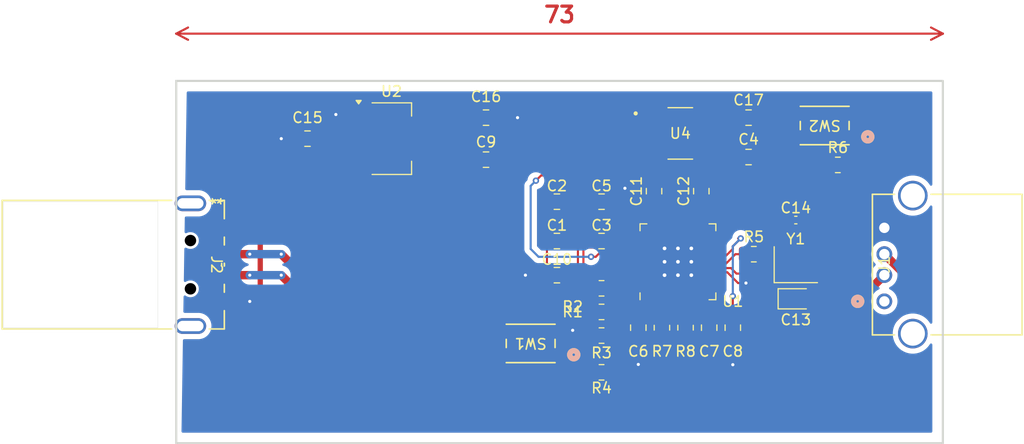
<source format=kicad_pcb>
(kicad_pcb (version 20241229) (generator "pcbnew") (generator_version "9.0")
  (layers (0 "F.Cu" signal) (2 "B.Cu" signal) (13 "F.Paste" user) (15 "B.Paste" user) (5 "F.SilkS" user "F.Silkscreen") (7 "B.SilkS" user "B.Silkscreen") (1 "F.Mask" user) (3 "B.Mask" user) (25 "Edge.Cuts" user))
  (net 0 "")
  (net 1 "+1V1")
  (net 2 "GND")
  (net 3 "+3V3")
  (net 4 "/XIN")
  (net 5 "Net-(C14-Pad1)")
  (net 6 "VBUS")
  (net 7 "/GPIO0")
  (net 8 "/GPIO1")
  (net 9 "/USB_D+")
  (net 10 "/USB_D-")
  (net 11 "Net-(U1-USB_DP)")
  (net 12 "Net-(U1-USB_DM)")
  (net 13 "/QSPI_SS")
  (net 14 "Net-(R3-Pad2)")
  (net 15 "/XOUT")
  (net 24 "/QSPI_SD0")
  (net 27 "/QSPI_SCLK")
  (net 31 "/SWD")
  (net 33 "/QSPI_SD2")
  (net 41 "/RUN")
  (net 42 "/QSPI_SD1")
  (net 43 "/QSPI_SD3")
  (net 46 "/SWCLK")
  (net 59 "/GPIO17")
  (net 62 "Net-(R6-Pad1)")
  (net 64 "Net-(U1-GPIO0)")
  (net 65 "Net-(U1-GPIO1)")
  (footprint "Library:CONN_USB-AP-S-RA-SMT_ADM" (layer "F.Cu") (at 92.5 67 -90)
    (property "Reference" "J2" (at 0 -9.8425 270) (layer "F.SilkS"))
    (property "Value" "USB-AP-S-RA-PLUG")
    (fp_line (start -5.9944 10.4521) (end 5.9944 10.4521) (stroke (width 0.0254)) (layer "Edge.Cuts"))
    (fp_line (start 5.9944 10.4521) (end 5.9944 -4.2545) (stroke (width 0.0254)) (layer "Edge.Cuts"))
    (fp_line (start -5.9944 -4.2545) (end -5.9944 10.4521) (stroke (width 0.0254)) (layer "Edge.Cuts"))
    (fp_line (start -5.9944 -4.2545) (end 5.9944 -4.2545) (stroke (width 0.0254)) (layer "Edge.Cuts"))
    (fp_text user "*" (at -6.040001 -9.8425 270) (layer "F.SilkS"))
    (fp_text user "*" (at -6.040001 -9.8425 90) (layer "F.SilkS"))
    (pad "" np_thru_hole oval (at -5.842 -7.3533 270) (size 1.4986 2.9972) (drill oval 0.9906 2.4892) (layers "*.Cu" "*.Mask"))
    (pad "" np_thru_hole circle (at -2.2987 -7.3533 270) (size 1.0922 1.0922) (drill 1.0922) (layers))
    (pad "" np_thru_hole circle (at 2.2987 -7.3533 270) (size 1.0922 1.0922) (drill 1.0922) (layers))
    (pad "" np_thru_hole oval (at 5.842 -7.3533 270) (size 1.4986 2.9972) (drill oval 0.9906 2.4892) (layers "*.Cu" "*.Mask"))
    (pad "1" smd rect (at -3.500001 -9.8425 270) (size 1.0922 2.0066) (layers "F.Cu" "F.Mask" "F.Paste") (net 6 "VBUS"))
    (pad "2" smd rect (at -1.000001 -9.8425 270) (size 1.0922 2.0066) (layers "F.Cu" "F.Mask" "F.Paste") (net 10 "/USB_D-"))
    (pad "3" smd rect (at 1.000001 -9.8425 270) (size 1.0922 2.0066) (layers "F.Cu" "F.Mask" "F.Paste") (net 9 "/USB_D+"))
    (pad "4" smd rect (at 3.500001 -9.8425 270) (size 1.0922 2.0066) (layers "F.Cu" "F.Mask" "F.Paste") (net 2 "GND"))
  )
  (footprint "Resistor_SMD:R_0805_2012Metric" (layer "F.Cu") (at 139 73.75 180)
    (property "Reference" "R3" (at 0 -1.65 0) (layer "F.SilkS"))
    (property "Value" "1k")
    (pad "1" smd roundrect (at -0.9125 0 180) (size 1.025 1.4) (layers "F.Cu" "F.Mask" "F.Paste") (roundrect_rratio 0.243902) (net 13 "/QSPI_SS"))
    (pad "2" smd roundrect (at 0.9125 0 180) (size 1.025 1.4) (layers "F.Cu" "F.Mask" "F.Paste") (roundrect_rratio 0.243902) (net 14 "Net-(R3-Pad2)"))
  )
  (footprint "Capacitor_SMD:C_0805_2012Metric" (layer "F.Cu") (at 128 57)
    (property "Reference" "C9" (at 0 -1.68 0) (layer "F.SilkS"))
    (property "Value" "10u")
    (pad "1" smd roundrect (at -0.95 0) (size 1 1.45) (layers "F.Cu" "F.Mask" "F.Paste") (net 3 "+3V3"))
    (pad "2" smd roundrect (at 0.95 0) (size 1 1.45) (layers "F.Cu" "F.Mask" "F.Paste") (net 2 "GND"))
  )
  (footprint "Capacitor_SMD:C_0805_2012Metric" (layer "F.Cu") (at 148.5 60 90)
    (property "Reference" "C12" (at 0 -1.68 90) (layer "F.SilkS"))
    (property "Value" "100n")
    (pad "1" smd roundrect (at -0.95 0 90) (size 1 1.45) (layers "F.Cu" "F.Mask" "F.Paste") (net 3 "+3V3"))
    (pad "2" smd roundrect (at 0.95 0 90) (size 1 1.45) (layers "F.Cu" "F.Mask" "F.Paste") (net 2 "GND"))
  )
  (footprint "Resistor_SMD:R_0805_2012Metric" (layer "F.Cu") (at 139 69.25)
    (property "Reference" "R2" (at -2.75 1.75 0) (layer "F.SilkS"))
    (property "Value" "27")
    (pad "1" smd roundrect (at -0.9125 0) (size 1.025 1.4) (layers "F.Cu" "F.Mask" "F.Paste") (roundrect_rratio 0.243902) (net 10 "/USB_D-"))
    (pad "2" smd roundrect (at 0.9125 0) (size 1.025 1.4) (layers "F.Cu" "F.Mask" "F.Paste") (roundrect_rratio 0.243902) (net 12 "Net-(U1-USB_DM)"))
  )
  (footprint "Capacitor_SMD:C_0805_2012Metric" (layer "F.Cu") (at 144 60 90)
    (property "Reference" "C11" (at 0 -1.68 90) (layer "F.SilkS"))
    (property "Value" "100n")
    (pad "1" smd roundrect (at -0.95 0 90) (size 1 1.45) (layers "F.Cu" "F.Mask" "F.Paste") (net 3 "+3V3"))
    (pad "2" smd roundrect (at 0.95 0 90) (size 1 1.45) (layers "F.Cu" "F.Mask" "F.Paste") (net 2 "GND"))
  )
  (footprint "Capacitor_SMD:C_0805_2012Metric" (layer "F.Cu") (at 153 53)
    (property "Reference" "C17" (at 0 -1.68 0) (layer "F.SilkS"))
    (property "Value" "100n")
    (pad "1" smd roundrect (at -0.95 0) (size 1 1.45) (layers "F.Cu" "F.Mask" "F.Paste") (net 3 "+3V3"))
    (pad "2" smd roundrect (at 0.95 0) (size 1 1.45) (layers "F.Cu" "F.Mask" "F.Paste") (net 2 "GND"))
  )
  (footprint "Library:SOIC127P600X175-8N" (layer "F.Cu") (at 146.5 54.5)
    (property "Reference" "U4" (at 0 0 0) (layer "F.SilkS"))
    (property "Value" "BY25Q16AWTIG(R)")
    (pad "1" smd roundrect (at -2.475 -1.905) (size 1.97 0.57) (layers "F.Cu" "F.Mask" "F.Paste") (roundrect_rratio 0.125))
    (pad "2" smd roundrect (at -2.475 -0.635) (size 1.97 0.57) (layers "F.Cu" "F.Mask" "F.Paste") (roundrect_rratio 0.125))
    (pad "3" smd roundrect (at -2.475 0.635) (size 1.97 0.57) (layers "F.Cu" "F.Mask" "F.Paste") (roundrect_rratio 0.125))
    (pad "4" smd roundrect (at -2.475 1.905) (size 1.97 0.57) (layers "F.Cu" "F.Mask" "F.Paste") (roundrect_rratio 0.125))
    (pad "5" smd roundrect (at 2.475 1.905) (size 1.97 0.57) (layers "F.Cu" "F.Mask" "F.Paste") (roundrect_rratio 0.125))
    (pad "6" smd roundrect (at 2.475 0.635) (size 1.97 0.57) (layers "F.Cu" "F.Mask" "F.Paste") (roundrect_rratio 0.125))
    (pad "7" smd roundrect (at 2.475 -0.635) (size 1.97 0.57) (layers "F.Cu" "F.Mask" "F.Paste") (roundrect_rratio 0.125))
    (pad "8" smd roundrect (at 2.475 -1.905) (size 1.97 0.57) (layers "F.Cu" "F.Mask" "F.Paste") (roundrect_rratio 0.125))
  )
  (footprint "Capacitor_SMD:C_0805_2012Metric" (layer "F.Cu") (at 142.5 73 -90)
    (property "Reference" "C6" (at 2.25 0 180) (layer "F.SilkS"))
    (property "Value" "100n")
    (pad "1" smd roundrect (at -0.95 0 270) (size 1 1.45) (layers "F.Cu" "F.Mask" "F.Paste") (net 3 "+3V3"))
    (pad "2" smd roundrect (at 0.95 0 270) (size 1 1.45) (layers "F.Cu" "F.Mask" "F.Paste") (net 2 "GND"))
  )
  (footprint "Library:CONN4_292303_TEC" (layer "F.Cu") (at 165.9297 70.4925 90)
    (property "Reference" "J1" (at 3.5 0 90) (layer "F.SilkS"))
    (property "Value" "CONN4_292303_SOCKET")
    (pad "1" thru_hole circle (at 0 0 90) (size 1.4986 1.4986) (drill 0.9906) (layers "*.Cu" "*.Mask") (net 6 "VBUS"))
    (pad "2" thru_hole circle (at 2.5 0 90) (size 1.4986 1.4986) (drill 0.9906) (layers "*.Cu" "*.Mask") (net 8 "/GPIO1"))
    (pad "3" thru_hole circle (at 4.500001 0 90) (size 1.4986 1.4986) (drill 0.9906) (layers "*.Cu" "*.Mask") (net 7 "/GPIO0"))
    (pad "4" thru_hole circle (at 6.999999 0 90) (size 1.4986 1.4986) (drill 0.9906) (layers "*.Cu" "*.Mask") (net 2 "GND"))
    (pad "5" thru_hole circle (at -3.07 2.71 90) (size 2.8194 2.8194) (drill 2.3114) (layers "*.Cu" "*.Mask"))
    (pad "6" thru_hole circle (at 10.07 2.71 90) (size 2.8194 2.8194) (drill 2.3114) (layers "*.Cu" "*.Mask"))
  )
  (footprint "Capacitor_SMD:C_0805_2012Metric" (layer "F.Cu") (at 139 64.75 180)
    (property "Reference" "C3" (at 0 1.5 0) (layer "F.SilkS"))
    (property "Value" "1u")
    (pad "1" smd roundrect (at -0.95 0 180) (size 1 1.45) (layers "F.Cu" "F.Mask" "F.Paste") (net 1 "+1V1"))
    (pad "2" smd roundrect (at 0.95 0 180) (size 1 1.45) (layers "F.Cu" "F.Mask" "F.Paste") (net 2 "GND"))
  )
  (footprint "Capacitor_SMD:C_0805_2012Metric" (layer "F.Cu") (at 149.25 73 -90)
    (property "Reference" "C7" (at 2.25 0 180) (layer "F.SilkS"))
    (property "Value" "100n")
    (pad "1" smd roundrect (at -0.95 0 270) (size 1 1.45) (layers "F.Cu" "F.Mask" "F.Paste") (net 3 "+3V3"))
    (pad "2" smd roundrect (at 0.95 0 270) (size 1 1.45) (layers "F.Cu" "F.Mask" "F.Paste") (net 2 "GND"))
  )
  (footprint "Capacitor_SMD:C_0805_2012Metric" (layer "F.Cu") (at 134.75 68 180)
    (property "Reference" "C10" (at 0 1.5 0) (layer "F.SilkS"))
    (property "Value" "100n")
    (pad "1" smd roundrect (at -0.95 0 180) (size 1 1.45) (layers "F.Cu" "F.Mask" "F.Paste") (net 3 "+3V3"))
    (pad "2" smd roundrect (at 0.95 0 180) (size 1 1.45) (layers "F.Cu" "F.Mask" "F.Paste") (net 2 "GND"))
  )
  (footprint "Capacitor_SMD:C_0402_1005Metric" (layer "F.Cu") (at 157.5 62.75)
    (property "Reference" "C14" (at 0 -1.16 0) (layer "F.SilkS"))
    (property "Value" "15p")
    (pad "1" smd roundrect (at -0.48 0) (size 0.56 0.62) (layers "F.Cu" "F.Mask" "F.Paste") (net 5 "Net-(C14-Pad1)"))
    (pad "2" smd roundrect (at 0.48 0) (size 0.56 0.62) (layers "F.Cu" "F.Mask" "F.Paste") (net 2 "GND"))
  )
  (footprint "Resistor_SMD:R_0805_2012Metric" (layer "F.Cu") (at 139 77.25 180)
    (property "Reference" "R4" (at 0 -1.5 0) (layer "F.SilkS"))
    (property "Value" "DNF")
    (pad "1" smd roundrect (at -0.9125 0 180) (size 1.025 1.4) (layers "F.Cu" "F.Mask" "F.Paste") (roundrect_rratio 0.243902) (net 3 "+3V3"))
    (pad "2" smd roundrect (at 0.9125 0 180) (size 1.025 1.4) (layers "F.Cu" "F.Mask" "F.Paste") (roundrect_rratio 0.243902) (net 13 "/QSPI_SS"))
  )
  (footprint "Crystal:Crystal_SMD_3225-4Pin_3.2x2.5mm" (layer "F.Cu") (at 157.5 67)
    (property "Reference" "Y1" (at 0 -2.45 0) (layer "F.SilkS"))
    (property "Value" "ABM8-272-T3")
    (pad "1" smd roundrect (at -1.1 0.85) (size 1.4 1.2) (layers "F.Cu" "F.Mask" "F.Paste") (roundrect_rratio 0.208333) (net 4 "/XIN"))
    (pad "2" smd roundrect (at 1.1 0.85) (size 1.4 1.2) (layers "F.Cu" "F.Mask" "F.Paste") (roundrect_rratio 0.208333) (net 2 "GND"))
    (pad "3" smd roundrect (at 1.1 -0.85) (size 1.4 1.2) (layers "F.Cu" "F.Mask" "F.Paste") (roundrect_rratio 0.208333) (net 5 "Net-(C14-Pad1)"))
    (pad "4" smd roundrect (at -1.1 -0.85) (size 1.4 1.2) (layers "F.Cu" "F.Mask" "F.Paste") (roundrect_rratio 0.208333) (net 2 "GND"))
  )
  (footprint "Capacitor_SMD:C_0805_2012Metric" (layer "F.Cu") (at 139 61)
    (property "Reference" "C5" (at 0 -1.5 0) (layer "F.SilkS"))
    (property "Value" "1u")
    (pad "1" smd roundrect (at -0.95 0) (size 1 1.45) (layers "F.Cu" "F.Mask" "F.Paste") (net 3 "+3V3"))
    (pad "2" smd roundrect (at 0.95 0) (size 1 1.45) (layers "F.Cu" "F.Mask" "F.Paste") (net 2 "GND"))
  )
  (footprint "Capacitor_SMD:C_0805_2012Metric" (layer "F.Cu") (at 111 55 180)
    (property "Reference" "C15" (at 0 2 0) (layer "F.SilkS"))
    (property "Value" "10u")
    (pad "1" smd roundrect (at -0.95 0 180) (size 1 1.45) (layers "F.Cu" "F.Mask" "F.Paste") (net 6 "VBUS"))
    (pad "2" smd roundrect (at 0.95 0 180) (size 1 1.45) (layers "F.Cu" "F.Mask" "F.Paste") (net 2 "GND"))
  )
  (footprint "Library:SW4_PTS815 SJM 250 SMTR LFS_CNK" (layer "F.Cu") (at 160.25 53.75 180)
    (property "Reference" "SW2" (at 0 0 180) (layer "F.SilkS"))
    (property "Value" "PTS815 SJM 250 SMTR LFS")
    (pad "1" smd rect (at -2.250001 -1.074999 180) (size 0.9906 0.7112) (layers "F.Cu" "F.Mask" "F.Paste") (net 62 "Net-(R6-Pad1)"))
    (pad "2" smd rect (at 2.250001 -1.074999 180) (size 0.9906 0.7112) (layers "F.Cu" "F.Mask" "F.Paste") (net 59 "/GPIO17"))
    (pad "3" smd rect (at -2.250001 1.074999 180) (size 0.9906 0.7112) (layers "F.Cu" "F.Mask" "F.Paste"))
    (pad "4" smd rect (at 2.250001 1.074999 180) (size 0.9906 0.7112) (layers "F.Cu" "F.Mask" "F.Paste") (net 3 "+3V3"))
  )
  (footprint "Resistor_SMD:R_0805_2012Metric" (layer "F.Cu") (at 139 71.5)
    (property "Reference" "R1" (at -2.75 0 0) (layer "F.SilkS"))
    (property "Value" "27")
    (pad "1" smd roundrect (at -0.9125 0) (size 1.025 1.4) (layers "F.Cu" "F.Mask" "F.Paste") (roundrect_rratio 0.243902) (net 9 "/USB_D+"))
    (pad "2" smd roundrect (at 0.9125 0) (size 1.025 1.4) (layers "F.Cu" "F.Mask" "F.Paste") (roundrect_rratio 0.243902) (net 11 "Net-(U1-USB_DP)"))
  )
  (footprint "Capacitor_SMD:C_0805_2012Metric" (layer "F.Cu") (at 128 53)
    (property "Reference" "C16" (at 0 -2 0) (layer "F.SilkS"))
    (property "Value" "10u")
    (pad "1" smd roundrect (at -0.95 0) (size 1 1.45) (layers "F.Cu" "F.Mask" "F.Paste") (net 3 "+3V3"))
    (pad "2" smd roundrect (at 0.95 0) (size 1 1.45) (layers "F.Cu" "F.Mask" "F.Paste") (net 2 "GND"))
  )
  (footprint "Resistor_SMD:R_0805_2012Metric" (layer "F.Cu") (at 161.5 57.5)
    (property "Reference" "R6" (at 0 -1.65 0) (layer "F.SilkS"))
    (property "Value" "1k")
    (pad "1" smd roundrect (at -0.9125 0) (size 1.025 1.4) (layers "F.Cu" "F.Mask" "F.Paste") (roundrect_rratio 0.243902) (net 62 "Net-(R6-Pad1)"))
    (pad "2" smd roundrect (at 0.9125 0) (size 1.025 1.4) (layers "F.Cu" "F.Mask" "F.Paste") (roundrect_rratio 0.243902) (net 2 "GND"))
  )
  (footprint "Capacitor_SMD:C_0805_2012Metric" (layer "F.Cu") (at 134.75 61 180)
    (property "Reference" "C2" (at 0 1.5 0) (layer "F.SilkS"))
    (property "Value" "100n")
    (pad "1" smd roundrect (at -0.95 0 180) (size 1 1.45) (layers "F.Cu" "F.Mask" "F.Paste") (net 1 "+1V1"))
    (pad "2" smd roundrect (at 0.95 0 180) (size 1 1.45) (layers "F.Cu" "F.Mask" "F.Paste") (net 2 "GND"))
  )
  (footprint "Capacitor_SMD:C_0805_2012Metric" (layer "F.Cu") (at 134.75 64.75 180)
    (property "Reference" "C1" (at 0 1.5 0) (layer "F.SilkS"))
    (property "Value" "100n")
    (pad "1" smd roundrect (at -0.95 0 180) (size 1 1.45) (layers "F.Cu" "F.Mask" "F.Paste") (net 1 "+1V1"))
    (pad "2" smd roundrect (at 0.95 0 180) (size 1 1.45) (layers "F.Cu" "F.Mask" "F.Paste") (net 2 "GND"))
  )
  (footprint "Capacitor_SMD:C_0805_2012Metric" (layer "F.Cu") (at 153 56.75)
    (property "Reference" "C4" (at 0 -1.68 0) (layer "F.SilkS"))
    (property "Value" "100n")
    (pad "1" smd roundrect (at -0.95 0) (size 1 1.45) (layers "F.Cu" "F.Mask" "F.Paste") (net 3 "+3V3"))
    (pad "2" smd roundrect (at 0.95 0) (size 1 1.45) (layers "F.Cu" "F.Mask" "F.Paste") (net 2 "GND"))
  )
  (footprint "Library:RP2040-QFN-56" (layer "F.Cu") (at 146.275 66.725 90)
    (property "Reference" "U1" (at -3.775 5.225 0) (layer "F.SilkS"))
    (property "Value" "RP2040")
    (pad "1" smd roundrect (at -3.4375 -2.6 90) (size 0.875 0.2) (layers "F.Cu" "F.Mask" "F.Paste") (net 3 "+3V3"))
    (pad "2" smd roundrect (at -3.4375 -2.2 90) (size 0.875 0.2) (layers "F.Cu" "F.Mask" "F.Paste") (net 64 "Net-(U1-GPIO0)"))
    (pad "3" smd roundrect (at -3.4375 -1.8 90) (size 0.875 0.2) (layers "F.Cu" "F.Mask" "F.Paste") (net 65 "Net-(U1-GPIO1)"))
    (pad "4" smd roundrect (at -3.4375 -1.4 90) (size 0.875 0.2) (layers "F.Cu" "F.Mask" "F.Paste"))
    (pad "5" smd roundrect (at -3.4375 -1 90) (size 0.875 0.2) (layers "F.Cu" "F.Mask" "F.Paste"))
    (pad "6" smd roundrect (at -3.4375 -0.6 90) (size 0.875 0.2) (layers "F.Cu" "F.Mask" "F.Paste"))
    (pad "7" smd roundrect (at -3.4375 -0.2 90) (size 0.875 0.2) (layers "F.Cu" "F.Mask" "F.Paste"))
    (pad "8" smd roundrect (at -3.4375 0.2 90) (size 0.875 0.2) (layers "F.Cu" "F.Mask" "F.Paste"))
    (pad "9" smd roundrect (at -3.4375 0.6 90) (size 0.875 0.2) (layers "F.Cu" "F.Mask" "F.Paste"))
    (pad "10" smd roundrect (at -3.4375 1 90) (size 0.875 0.2) (layers "F.Cu" "F.Mask" "F.Paste") (net 3 "+3V3"))
    (pad "11" smd roundrect (at -3.4375 1.4 90) (size 0.875 0.2) (layers "F.Cu" "F.Mask" "F.Paste"))
    (pad "12" smd roundrect (at -3.4375 1.8 90) (size 0.875 0.2) (layers "F.Cu" "F.Mask" "F.Paste"))
    (pad "13" smd roundrect (at -3.4375 2.2 90) (size 0.875 0.2) (layers "F.Cu" "F.Mask" "F.Paste"))
    (pad "14" smd roundrect (at -3.4375 2.6 90) (size 0.875 0.2) (layers "F.Cu" "F.Mask" "F.Paste"))
    (pad "15" smd roundrect (at -2.6 3.4375 90) (size 0.2 0.875) (layers "F.Cu" "F.Mask" "F.Paste"))
    (pad "16" smd roundrect (at -2.2 3.4375 90) (size 0.2 0.875) (layers "F.Cu" "F.Mask" "F.Paste"))
    (pad "17" smd roundrect (at -1.8 3.4375 90) (size 0.2 0.875) (layers "F.Cu" "F.Mask" "F.Paste"))
    (pad "18" smd roundrect (at -1.4 3.4375 90) (size 0.2 0.875) (layers "F.Cu" "F.Mask" "F.Paste"))
    (pad "19" smd roundrect (at -1 3.4375 90) (size 0.2 0.875) (layers "F.Cu" "F.Mask" "F.Paste") (net 2 "GND"))
    (pad "20" smd roundrect (at -0.6 3.4375 90) (size 0.2 0.875) (layers "F.Cu" "F.Mask" "F.Paste") (net 4 "/XIN"))
    (pad "21" smd roundrect (at -0.2 3.4375 90) (size 0.2 0.875) (layers "F.Cu" "F.Mask" "F.Paste") (net 15 "/XOUT"))
    (pad "22" smd roundrect (at 0.2 3.4375 90) (size 0.2 0.875) (layers "F.Cu" "F.Mask" "F.Paste") (net 3 "+3V3"))
    (pad "23" smd roundrect (at 0.6 3.4375 90) (size 0.2 0.875) (layers "F.Cu" "F.Mask" "F.Paste") (net 1 "+1V1"))
    (pad "24" smd roundrect (at 1 3.4375 90) (size 0.2 0.875) (layers "F.Cu" "F.Mask" "F.Paste") (net 46 "/SWCLK"))
    (pad "25" smd roundrect (at 1.4 3.4375 90) (size 0.2 0.875) (layers "F.Cu" "F.Mask" "F.Paste") (net 31 "/SWD"))
    (pad "26" smd roundrect (at 1.8 3.4375 90) (size 0.2 0.875) (layers "F.Cu" "F.Mask" "F.Paste") (net 41 "/RUN"))
    (pad "27" smd roundrect (at 2.2 3.4375 90) (size 0.2 0.875) (layers "F.Cu" "F.Mask" "F.Paste"))
    (pad "28" smd roundrect (at 2.6 3.4375 90) (size 0.2 0.875) (layers "F.Cu" "F.Mask" "F.Paste") (net 59 "/GPIO17"))
    (pad "29" smd roundrect (at 3.4375 2.6 90) (size 0.875 0.2) (layers "F.Cu" "F.Mask" "F.Paste"))
    (pad "30" smd roundrect (at 3.4375 2.2 90) (size 0.875 0.2) (layers "F.Cu" "F.Mask" "F.Paste"))
    (pad "31" smd roundrect (at 3.4375 1.8 90) (size 0.875 0.2) (layers "F.Cu" "F.Mask" "F.Paste"))
    (pad "32" smd roundrect (at 3.4375 1.4 90) (size 0.875 0.2) (layers "F.Cu" "F.Mask" "F.Paste"))
    (pad "33" smd roundrect (at 3.4375 1 90) (size 0.875 0.2) (layers "F.Cu" "F.Mask" "F.Paste") (net 3 "+3V3"))
    (pad "34" smd roundrect (at 3.4375 0.6 90) (size 0.875 0.2) (layers "F.Cu" "F.Mask" "F.Paste"))
    (pad "35" smd roundrect (at 3.4375 0.2 90) (size 0.875 0.2) (layers "F.Cu" "F.Mask" "F.Paste"))
    (pad "36" smd roundrect (at 3.4375 -0.2 90) (size 0.875 0.2) (layers "F.Cu" "F.Mask" "F.Paste"))
    (pad "37" smd roundrect (at 3.4375 -0.6 90) (size 0.875 0.2) (layers "F.Cu" "F.Mask" "F.Paste"))
    (pad "38" smd roundrect (at 3.4375 -1 90) (size 0.875 0.2) (layers "F.Cu" "F.Mask" "F.Paste"))
    (pad "39" smd roundrect (at 3.4375 -1.4 90) (size 0.875 0.2) (layers "F.Cu" "F.Mask" "F.Paste"))
    (pad "40" smd roundrect (at 3.4375 -1.8 90) (size 0.875 0.2) (layers "F.Cu" "F.Mask" "F.Paste"))
    (pad "41" smd roundrect (at 3.4375 -2.2 90) (size 0.875 0.2) (layers "F.Cu" "F.Mask" "F.Paste"))
    (pad "42" smd roundrect (at 3.4375 -2.6 90) (size 0.875 0.2) (layers "F.Cu" "F.Mask" "F.Paste") (net 3 "+3V3"))
    (pad "43" smd roundrect (at 2.6 -3.4375 90) (size 0.2 0.875) (layers "F.Cu" "F.Mask" "F.Paste") (net 3 "+3V3"))
    (pad "44" smd roundrect (at 2.2 -3.4375 90) (size 0.2 0.875) (layers "F.Cu" "F.Mask" "F.Paste") (net 3 "+3V3"))
    (pad "45" smd roundrect (at 1.8 -3.4375 90) (size 0.2 0.875) (layers "F.Cu" "F.Mask" "F.Paste") (net 1 "+1V1"))
    (pad "46" smd roundrect (at 1.4 -3.4375 90) (size 0.2 0.875) (layers "F.Cu" "F.Mask" "F.Paste") (net 12 "Net-(U1-USB_DM)"))
    (pad "47" smd roundrect (at 1 -3.4375 90) (size 0.2 0.875) (layers "F.Cu" "F.Mask" "F.Paste") (net 11 "Net-(U1-USB_DP)"))
    (pad "48" smd roundrect (at 0.6 -3.4375 90) (size 0.2 0.875) (layers "F.Cu" "F.Mask" "F.Paste") (net 3 "+3V3"))
    (pad "49" smd roundrect (at 0.2 -3.4375 90) (size 0.2 0.875) (layers "F.Cu" "F.Mask" "F.Paste") (net 3 "+3V3"))
    (pad "50" smd roundrect (at -0.2 -3.4375 90) (size 0.2 0.875) (layers "F.Cu" "F.Mask" "F.Paste") (net 1 "+1V1"))
    (pad "51" smd roundrect (at -0.6 -3.4375 90) (size 0.2 0.875) (layers "F.Cu" "F.Mask" "F.Paste") (net 43 "/QSPI_SD3"))
    (pad "52" smd roundrect (at -1 -3.4375 90) (size 0.2 0.875) (layers "F.Cu" "F.Mask" "F.Paste") (net 27 "/QSPI_SCLK"))
    (pad "53" smd roundrect (at -1.4 -3.4375 90) (size 0.2 0.875) (layers "F.Cu" "F.Mask" "F.Paste") (net 24 "/QSPI_SD0"))
    (pad "54" smd roundrect (at -1.8 -3.4375 90) (size 0.2 0.875) (layers "F.Cu" "F.Mask" "F.Paste") (net 33 "/QSPI_SD2"))
    (pad "55" smd roundrect (at -2.2 -3.4375 90) (size 0.2 0.875) (layers "F.Cu" "F.Mask" "F.Paste") (net 42 "/QSPI_SD1"))
    (pad "56" smd roundrect (at -2.6 -3.4375 90) (size 0.2 0.875) (layers "F.Cu" "F.Mask" "F.Paste") (net 13 "/QSPI_SS"))
    (pad "57" thru_hole circle (at -1.275 -1.275 90) (size 0.6 0.6) (drill 0.35) (layers "*.Cu") (net 2 "GND"))
    (pad "57" thru_hole circle (at -1.275 0 90) (size 0.6 0.6) (drill 0.35) (layers "*.Cu") (net 2 "GND"))
    (pad "57" thru_hole circle (at -1.275 1.275 90) (size 0.6 0.6) (drill 0.35) (layers "*.Cu") (net 2 "GND"))
    (pad "57" thru_hole circle (at 0 -1.275 90) (size 0.6 0.6) (drill 0.35) (layers "*.Cu") (net 2 "GND"))
    (pad "57" thru_hole circle (at 0 0 90) (size 0.6 0.6) (drill 0.35) (layers "*.Cu") (net 2 "GND"))
    (pad "57" smd roundrect (at 0 0 90) (size 3.2 3.2) (layers "F.Cu" "F.Mask") (roundrect_rratio 0.045) (net 2 "GND"))
    (pad "57" thru_hole circle (at 0 1.275 90) (size 0.6 0.6) (drill 0.35) (layers "*.Cu") (net 2 "GND"))
    (pad "57" thru_hole circle (at 1.275 -1.275 90) (size 0.6 0.6) (drill 0.35) (layers "*.Cu") (net 2 "GND"))
    (pad "57" thru_hole circle (at 1.275 0 90) (size 0.6 0.6) (drill 0.35) (layers "*.Cu") (net 2 "GND"))
    (pad "57" thru_hole circle (at 1.275 1.275 90) (size 0.6 0.6) (drill 0.35) (layers "*.Cu") (net 2 "GND"))
  )
  (footprint "Library:SW4_PTS815 SJM 250 SMTR LFS_CNK" (layer "F.Cu") (at 132.25 74.5 180)
    (property "Reference" "SW1" (at 0 0 180) (layer "F.SilkS"))
    (property "Value" "PTS815 SJM 250 SMTR LFS" (hide yes))
    (pad "1" smd rect (at -2.250001 -1.074999 180) (size 0.9906 0.7112) (layers "F.Cu" "F.Mask" "F.Paste"))
    (pad "2" smd rect (at 2.250001 -1.074999 180) (size 0.9906 0.7112) (layers "F.Cu" "F.Mask" "F.Paste") (net 14 "Net-(R3-Pad2)"))
    (pad "3" smd rect (at -2.250001 1.074999 180) (size 0.9906 0.7112) (layers "F.Cu" "F.Mask" "F.Paste") (net 2 "GND"))
    (pad "4" smd rect (at 2.250001 1.074999 180) (size 0.9906 0.7112) (layers "F.Cu" "F.Mask" "F.Paste"))
  )
  (footprint "Resistor_SMD:R_0805_2012Metric" (layer "F.Cu") (at 153.5 66)
    (property "Reference" "R5" (at 0 -1.65 0) (layer "F.SilkS"))
    (property "Value" "1k")
    (pad "1" smd roundrect (at -0.9125 0) (size 1.025 1.4) (layers "F.Cu" "F.Mask" "F.Paste") (roundrect_rratio 0.243902) (net 15 "/XOUT"))
    (pad "2" smd roundrect (at 0.9125 0) (size 1.025 1.4) (layers "F.Cu" "F.Mask" "F.Paste") (roundrect_rratio 0.243902) (net 5 "Net-(C14-Pad1)"))
  )
  (footprint "Diode_SMD:D_0805_2012Metric" (layer "F.Cu") (at 157.5 70.25)
    (property "Reference" "C13" (at 0 2 0) (layer "F.SilkS"))
    (property "Value" "15p")
    (pad "1" smd roundrect (at -0.9375 0) (size 0.975 1.4) (layers "F.Cu" "F.Mask" "F.Paste") (net 4 "/XIN"))
    (pad "2" smd roundrect (at 0.9375 0) (size 0.975 1.4) (layers "F.Cu" "F.Mask" "F.Paste") (net 2 "GND"))
  )
  (footprint "Resistor_SMD:R_0805_2012Metric" (layer "F.Cu") (at 144.75 73 90)
    (property "Reference" "R7" (at -2.25 0 0) (layer "F.SilkS"))
    (property "Value" "27")
    (pad "1" smd roundrect (at -0.9125 0 90) (size 1.025 1.4) (layers "F.Cu" "F.Mask" "F.Paste") (roundrect_rratio 0.243902) (net 7 "/GPIO0"))
    (pad "2" smd roundrect (at 0.9125 0 90) (size 1.025 1.4) (layers "F.Cu" "F.Mask" "F.Paste") (roundrect_rratio 0.243902) (net 64 "Net-(U1-GPIO0)"))
  )
  (footprint "Capacitor_SMD:C_0805_2012Metric" (layer "F.Cu") (at 151.5 73 -90)
    (property "Reference" "C8" (at 2.25 0 180) (layer "F.SilkS"))
    (property "Value" "100n")
    (pad "1" smd roundrect (at -0.95 0 270) (size 1 1.45) (layers "F.Cu" "F.Mask" "F.Paste") (net 3 "+3V3"))
    (pad "2" smd roundrect (at 0.95 0 270) (size 1 1.45) (layers "F.Cu" "F.Mask" "F.Paste") (net 2 "GND"))
  )
  (footprint "Resistor_SMD:R_0805_2012Metric" (layer "F.Cu") (at 147 73 90)
    (property "Reference" "R8" (at -2.25 0 0) (layer "F.SilkS"))
    (property "Value" "27")
    (pad "1" smd roundrect (at -0.9125 0 90) (size 1.025 1.4) (layers "F.Cu" "F.Mask" "F.Paste") (roundrect_rratio 0.243902) (net 8 "/GPIO1"))
    (pad "2" smd roundrect (at 0.9125 0 90) (size 1.025 1.4) (layers "F.Cu" "F.Mask" "F.Paste") (roundrect_rratio 0.243902) (net 65 "Net-(U1-GPIO1)"))
  )
  (footprint "Package_TO_SOT_SMD:SOT-223-3_TabPin2" (layer "F.Cu") (at 119 55)
    (property "Reference" "U2" (at 0 -4.5 0) (layer "F.SilkS"))
    (property "Value" "NCP1117-3.3_SOT223")
    (pad "1" smd roundrect (at -3.15 -2.3) (size 2 1.5) (layers "F.Cu" "F.Mask" "F.Paste") (net 2 "GND"))
    (pad "2" smd roundrect (at -3.15 0) (size 2 1.5) (layers "F.Cu" "F.Mask" "F.Paste") (net 3 "+3V3"))
    (pad "2" smd roundrect (at 3.15 0) (size 2 3.8) (layers "F.Cu" "F.Mask" "F.Paste") (net 3 "+3V3"))
    (pad "3" smd roundrect (at -3.15 2.3) (size 2 1.5) (layers "F.Cu" "F.Mask" "F.Paste") (net 6 "VBUS"))
  )
  (gr_circle (center 102.5 53.5) (end 105 53.5) (stroke (width 0.2)) (fill no) (layer "F.Cu"))
  (gr_circle (center 167.5 80) (end 170 80) (stroke (width 0.2)) (fill no) (layer "F.Cu"))
  (gr_rect (start 98.5 49.5) (end 171.5 84) (stroke (width 0.2)) (fill no) (layer "Edge.Cuts"))
  (dimension (type orthogonal) (layer "F.Cu") (pts (xy 98.5 45) (xy 171.5 45)) (height 0) (orientation 0) (format (prefix "") (suffix "") (units 3) (units_format 0) (precision 4) (suppress_zeroes yes)) (style (thickness 0.2) (arrow_length 1.27) (text_position_mode 0) (arrow_direction outward) (extension_height 0.58642) (extension_offset 0.5) (keep_text_aligned yes)) (gr_text "73" (at 135 43.2 0) (layer "F.Cu") (effects (font (size 1.5 1.5) (thickness 0.3)))))
  (segment (start 144.754686 68.75) (end 147.795314 68.75) (width 0.2) (layer "F.Cu") (net 1))
  (segment (start 148.176 66.574) (end 148.625 66.125) (width 0.2) (layer "F.Cu") (net 1))
  (segment (start 141.575 64.75) (end 139.95 64.75) (width 0.2) (layer "F.Cu") (net 1))
  (segment (start 135.7 58.95) (end 135.7 61) (width 0.2) (layer "F.Cu") (net 1))
  (segment (start 148.625 66.125) (end 149.7125 66.125) (width 0.2) (layer "F.Cu") (net 1))
  (segment (start 138.45 66.25) (end 138 66.25) (width 0.2) (layer "F.Cu") (net 1))
  (segment (start 135.7 61) (end 135.7 64.75) (width 0.2) (layer "F.Cu") (net 1))
  (segment (start 135.25 58.5) (end 135.7 58.95) (width 0.2) (layer "F.Cu") (net 1))
  (segment (start 139.95 64.75) (end 138.45 66.25) (width 0.2) (layer "F.Cu") (net 1))
  (segment (start 142.8375 66.925) (end 143.451 66.925) (width 0.2) (layer "F.Cu") (net 1))
  (segment (start 142.8375 64.925) (end 141.75 64.925) (width 0.2) (layer "F.Cu") (net 1))
  (segment (start 144.374 68.369314) (end 144.754686 68.75) (width 0.2) (layer "F.Cu") (net 1))
  (segment (start 148.176 68.369314) (end 148.176 66.574) (width 0.2) (layer "F.Cu") (net 1))
  (segment (start 143.451 66.925) (end 144.374 67.848) (width 0.2) (layer "F.Cu") (net 1))
  (segment (start 141.75 64.925) (end 141.575 64.75) (width 0.2) (layer "F.Cu") (net 1))
  (segment (start 144.374 67.848) (end 144.374 68.369314) (width 0.2) (layer "F.Cu") (net 1))
  (segment (start 147.795314 68.75) (end 148.176 68.369314) (width 0.2) (layer "F.Cu") (net 1))
  (segment (start 132.75 59) (end 133.25 58.5) (width 0.2) (layer "F.Cu") (net 1))
  (segment (start 133.25 58.5) (end 135.25 58.5) (width 0.2) (layer "F.Cu") (net 1))
  (via (at 132.75 59) (size 0.6) (drill 0.3) (layers "F.Cu" "B.Cu") (net 1))
  (via (at 138 66.25) (size 0.6) (drill 0.3) (layers "F.Cu" "B.Cu") (net 1))
  (segment (start 138 66.25) (end 133 66.25) (width 0.2) (layer "B.Cu") (net 1))
  (segment (start 133 66.25) (end 132.25 65.5) (width 0.2) (layer "B.Cu") (net 1))
  (segment (start 132.25 65.5) (end 132.25 59.5) (width 0.2) (layer "B.Cu") (net 1))
  (segment (start 132.25 59.5) (end 132.75 59) (width 0.2) (layer "B.Cu") (net 1))
  (segment (start 152 68.75) (end 152.75 68.75) (width 0.2) (layer "F.Cu") (net 2))
  (segment (start 137.274 67.93716) (end 136.18516 69.026) (width 0.2) (layer "F.Cu") (net 2))
  (segment (start 138.05 64.75) (end 137.274 65.526) (width 0.2) (layer "F.Cu") (net 2))
  (segment (start 128.95 53) (end 128.95 57) (width 0.5) (layer "F.Cu") (net 2))
  (segment (start 162.4125 57.5) (end 162.4125 61.0875) (width 0.2) (layer "F.Cu") (net 2))
  (segment (start 115.85 52.7) (end 113.7 52.7) (width 0.5) (layer "F.Cu") (net 2))
  (segment (start 141.225 59.725) (end 141.9 59.05) (width 0.2) (layer "F.Cu") (net 2))
  (segment (start 157.301 67.051) (end 159.28516 67.051) (width 0.2) (layer "F.Cu") (net 2))
  (segment (start 159.601 66.73516) (end 159.601 63.9135) (width 0.2) (layer "F.Cu") (net 2))
  (segment (start 133.8 68) (end 131.75 68) (width 0.2) (layer "F.Cu") (net 2))
  (segment (start 137.274 65.526) (end 137.274 67.93716) (width 0.2) (layer "F.Cu") (net 2))
  (segment (start 159.601 63.9135) (end 159.59375 63.90625) (width 0.2) (layer "F.Cu") (net 2))
  (segment (start 139.95 61) (end 141.225 59.725) (width 0.2) (layer "F.Cu") (net 2))
  (segment (start 102.3425 70.500001) (end 105.5 70.5) (width 0.5) (layer "F.Cu") (net 2))
  (segment (start 158.6 67.85) (end 158.6 70.0875) (width 0.2) (layer "F.Cu") (net 2))
  (segment (start 150.975 67.725) (end 152 68.75) (width 0.2) (layer "F.Cu") (net 2))
  (segment (start 147.275 67.725) (end 146.275 66.725) (width 0.2) (layer "F.Cu") (net 2))
  (segment (start 133.8 64.75) (end 133.8 61) (width 0.2) (layer "F.Cu") (net 2))
  (segment (start 162.4125 61.0875) (end 160.007499 63.492501) (width 0.2) (layer "F.Cu") (net 2))
  (segment (start 110.05 55) (end 108.5 55) (width 0.5) (layer "F.Cu") (net 2))
  (segment (start 156.4 66.15) (end 157.301 67.051) (width 0.2) (layer "F.Cu") (net 2))
  (segment (start 144 59.05) (end 148.5 59.05) (width 0.2) (layer "F.Cu") (net 2))
  (segment (start 134.826 69.026) (end 133.8 68) (width 0.2) (layer "F.Cu") (net 2))
  (segment (start 142.5 76.5) (end 142.5 73.95) (width 0.5) (layer "F.Cu") (net 2))
  (segment (start 128.95 53) (end 131 53) (width 0.5) (layer "F.Cu") (net 2))
  (segment (start 158.6 70.0875) (end 158.4375 70.25) (width 0.2) (layer "F.Cu") (net 2))
  (segment (start 134.500001 73.425001) (end 136.074999 73.425001) (width 0.2) (layer "F.Cu") (net 2))
  (segment (start 133.8 64.75) (end 133.8 68) (width 0.2) (layer "F.Cu") (net 2))
  (segment (start 136.074999 73.425001) (end 136.25 73.25) (width 0.2) (layer "F.Cu") (net 2))
  (segment (start 158.6 67.73616) (end 159.601 66.73516) (width 0.2) (layer "F.Cu") (net 2))
  (segment (start 160.007499 63.492501) (end 165.9297 63.492501) (width 0.2) (layer "F.Cu") (net 2))
  (segment (start 158.6 67.85) (end 158.6 67.73616) (width 0.2) (layer "F.Cu") (net 2))
  (segment (start 149.7125 67.725) (end 150.975 67.725) (width 0.2) (layer "F.Cu") (net 2))
  (segment (start 159.59375 63.90625) (end 158.4375 62.75) (width 0.2) (layer "F.Cu") (net 2))
  (segment (start 136.18516 69.026) (end 134.826 69.026) (width 0.2) (layer "F.Cu") (net 2))
  (segment (start 159.28516 67.051) (end 159.601 66.73516) (width 0.2) (layer "F.Cu") (net 2))
  (segment (start 151.5 76.525) (end 151.5 73.975) (width 0.5) (layer "F.Cu") (net 2))
  (segment (start 141.9 59.05) (end 144 59.05) (width 0.2) (layer "F.Cu") (net 2))
  (segment (start 159.59375 63.90625) (end 160.007499 63.492501) (width 0.2) (layer "F.Cu") (net 2))
  (via (at 142.5 76.5) (size 0.6) (drill 0.3) (layers "F.Cu" "B.Cu") (net 2))
  (via (at 152.75 68.75) (size 0.6) (drill 0.3) (layers "F.Cu" "B.Cu") (net 2))
  (via (at 151.5 76.525) (size 0.6) (drill 0.3) (layers "F.Cu" "B.Cu") (net 2))
  (via (at 131.75 68) (size 0.6) (drill 0.3) (layers "F.Cu" "B.Cu") (net 2))
  (via (at 141.225 59.725) (size 0.6) (drill 0.3) (layers "F.Cu" "B.Cu") (net 2))
  (via (at 131 53) (size 0.6) (drill 0.3) (layers "F.Cu" "B.Cu") (net 2))
  (via (at 108.5 55) (size 0.6) (drill 0.3) (layers "F.Cu" "B.Cu") (net 2))
  (via (at 113.7 52.7) (size 0.6) (drill 0.3) (layers "F.Cu" "B.Cu") (net 2))
  (via (at 105.5 70.5) (size 0.6) (drill 0.3) (layers "F.Cu" "B.Cu") (net 2))
  (via (at 136.25 73.25) (size 0.6) (drill 0.3) (layers "F.Cu" "B.Cu") (net 2))
  (segment (start 136.5875 51.5) (end 138.05 52.9625) (width 0.5) (layer "F.Cu") (net 3))
  (segment (start 127.05 57) (end 125.05 55) (width 0.5) (layer "F.Cu") (net 3))
  (segment (start 143.372774 64.525) (end 142.8375 64.525) (width 0.2) (layer "F.Cu") (net 3))
  (segment (start 148.577 68.673) (end 148 69.25) (width 0.2) (layer "F.Cu") (net 3))
  (segment (start 151.5 70) (end 151.5 72.05) (width 0.2) (layer "F.Cu") (net 3))
  (segment (start 125.05 55) (end 122.15 55) (width 0.5) (layer "F.Cu") (net 3))
  (segment (start 143.675 62.575) (end 144 62.25) (width 0.2) (layer "F.Cu") (net 3))
  (segment (start 150.475 66.525) (end 151.5 65.5) (width 0.2) (layer "F.Cu") (net 3))
  (segment (start 148.75 71.25) (end 148.5 71) (width 0.2) (layer "F.Cu") (net 3))
  (segment (start 143.675 63.2875) (end 142.8375 64.125) (width 0.2) (layer "F.Cu") (net 3))
  (segment (start 148.5 71) (end 147.5 71) (width 0.2) (layer "F.Cu") (net 3))
  (segment (start 127.05 53) (end 128.55 51.5) (width 0.5) (layer "F.Cu") (net 3))
  (segment (start 148.75 72.05) (end 148.75 71.25) (width 0.2) (layer "F.Cu") (net 3))
  (segment (start 143.75 64.902226) (end 142.972774 64.125) (width 0.2) (layer "F.Cu") (net 3))
  (segment (start 142.5 70.3375) (end 143.5 70.3375) (width 0.2) (layer "F.Cu") (net 3))
  (segment (start 143.75 66.05) (end 143.75 64.902226) (width 0.2) (layer "F.Cu") (net 3))
  (segment (start 139.55 62.5) (end 138.05 61) (width 0.2) (layer "F.Cu") (net 3))
  (segment (start 143.275 66.525) (end 143.75 66.05) (width 0.2) (layer "F.Cu") (net 3))
  (segment (start 142.8375 64.125) (end 142.8375 64.0875) (width 0.2) (layer "F.Cu") (net 3))
  (segment (start 142.972774 64.125) (end 142.8375 64.125) (width 0.2) (layer "F.Cu") (net 3))
  (segment (start 144 62.25) (end 144 60.95) (width 0.2) (layer "F.Cu") (net 3))
  (segment (start 152 64.5) (end 152.25 64.5) (width 0.2) (layer "F.Cu") (net 3))
  (segment (start 147 69.25) (end 144.052226 69.25) (width 0.2) (layer "F.Cu") (net 3))
  (segment (start 142.5 72.05) (end 142.5 70.3375) (width 0.2) (layer "F.Cu") (net 3))
  (segment (start 142.8375 64.525) (end 141.9171 64.525) (width 0.2) (layer "F.Cu") (net 3))
  (segment (start 149.7125 66.525) (end 148.975 66.525) (width 0.2) (layer "F.Cu") (net 3))
  (segment (start 143.5 70.3375) (end 143.675 70.1625) (width 0.2) (layer "F.Cu") (net 3))
  (segment (start 127.05 53) (end 125.05 55) (width 0.5) (layer "F.Cu") (net 3))
  (segment (start 138.05 52.9625) (end 138.05 61) (width 0.5) (layer "F.Cu") (net 3))
  (segment (start 143.75 64.902226) (end 143.372774 64.525) (width 0.2) (layer "F.Cu") (net 3))
  (segment (start 136.75 64.53884) (end 136.75 66.95) (width 0.2) (layer "F.Cu") (net 3))
  (segment (start 142.8375 64.0875) (end 141.25 62.5) (width 0.2) (layer "F.Cu") (net 3))
  (segment (start 136.75 66.95) (end 135.7 68) (width 0.2) (layer "F.Cu") (net 3))
  (segment (start 143.675 62.75) (end 143.675 62.575) (width 0.2) (layer "F.Cu") (net 3))
  (segment (start 137.56484 63.724) (end 136.75 64.53884) (width 0.2) (layer "F.Cu") (net 3))
  (segment (start 149.7125 66.525) (end 150.475 66.525) (width 0.2) (layer "F.Cu") (net 3))
  (segment (start 141.5 64.349) (end 141.4089 64.349) (width 0.2) (layer "F.Cu") (net 3))
  (segment (start 148.577 66.923) (end 148.577 68.673) (width 0.2) (layer "F.Cu") (net 3))
  (segment (start 147.275 70.775) (end 147.275 70.1625) (width 0.2) (layer "F.Cu") (net 3))
  (segment (start 139.9125 77.25) (end 141.474 75.6885) (width 0.2) (layer "F.Cu") (net 3))
  (segment (start 147.275 63.2875) (end 147.275 62.175) (width 0.2) (layer "F.Cu") (net 3))
  (segment (start 143.675 62.75) (end 143.675 63.2875) (width 0.2) (layer "F.Cu") (net 3))
  (segment (start 148 69.25) (end 147 69.25) (width 0.2) (layer "F.Cu") (net 3))
  (segment (start 144.052226 69.25) (end 143.675 69.627226) (width 0.2) (layer "F.Cu") (net 3))
  (segment (start 141.474 73.076) (end 142.5 72.05) (width 0.2) (layer "F.Cu") (net 3))
  (segment (start 151.5 65.25) (end 152.25 64.5) (width 0.2) (layer "F.Cu") (net 3))
  (segment (start 141.474 75.6885) (end 141.474 73.076) (width 0.2) (layer "F.Cu") (net 3))
  (segment (start 141.9171 64.525) (end 141.7411 64.349) (width 0.2) (layer "F.Cu") (net 3))
  (segment (start 147.149 69.25) (end 147 69.25) (width 0.2) (layer "F.Cu") (net 3))
  (segment (start 141.7411 64.349) (end 141.5 64.349) (width 0.2) (layer "F.Cu") (net 3))
  (segment (start 148.975 66.525) (end 148.577 66.923) (width 0.2) (layer "F.Cu") (net 3))
  (segment (start 151.5 65.5) (end 151.5 65.25) (width 0.2) (layer "F.Cu") (net 3))
  (segment (start 128.55 51.5) (end 136.5875 51.5) (width 0.5) (layer "F.Cu") (net 3))
  (segment (start 141.5 64.349) (end 140.875 63.724) (width 0.2) (layer "F.Cu") (net 3))
  (segment (start 141.25 62.5) (end 139.55 62.5) (width 0.2) (layer "F.Cu") (net 3))
  (segment (start 143.675 69.627226) (end 143.675 70.1625) (width 0.2) (layer "F.Cu") (net 3))
  (segment (start 147.275 70.1625) (end 147.275 69.376) (width 0.2) (layer "F.Cu") (net 3))
  (segment (start 140.875 63.724) (end 137.56484 63.724) (width 0.2) (layer "F.Cu") (net 3))
  (segment (start 147.275 69.376) (end 147.149 69.25) (width 0.2) (layer "F.Cu") (net 3))
  (segment (start 147.5 71) (end 147.275 70.775) (width 0.2) (layer "F.Cu") (net 3))
  (segment (start 147.275 62.175) (end 148.5 60.95) (width 0.2) (layer "F.Cu") (net 3))
  (segment (start 142.8375 66.525) (end 143.275 66.525) (width 0.2) (layer "F.Cu") (net 3))
  (via (at 152.25 64.5) (size 0.6) (drill 0.3) (layers "F.Cu" "B.Cu") (net 3))
  (via (at 151.5 70) (size 0.6) (drill 0.3) (layers "F.Cu" "B.Cu") (net 3))
  (segment (start 151.5 65.25) (end 151.5 70) (width 0.2) (layer "B.Cu") (net 3))
  (segment (start 152.25 64.5) (end 151.5 65.25) (width 0.2) (layer "B.Cu") (net 3))
  (segment (start 151.325 67.325) (end 151.85 67.85) (width 0.2) (layer "F.Cu") (net 4))
  (segment (start 156.5625 68.0125) (end 156.4 67.85) (width 0.2) (layer "F.Cu") (net 4))
  (segment (start 149.7125 67.325) (end 151.325 67.325) (width 0.2) (layer "F.Cu") (net 4))
  (segment (start 156.5625 70.25) (end 156.5625 68.0125) (width 0.2) (layer "F.Cu") (net 4))
  (segment (start 151.85 67.85) (end 156.4 67.85) (width 0.2) (layer "F.Cu") (net 4))
  (segment (start 154.4125 66) (end 154.4125 64.9) (width 0.2) (layer "F.Cu") (net 5))
  (segment (start 156.5625 62.75) (end 156.5625 64.1125) (width 0.2) (layer "F.Cu") (net 5))
  (segment (start 154.4125 64.9) (end 156.5625 62.75) (width 0.2) (layer "F.Cu") (net 5))
  (segment (start 156.5625 64.1125) (end 158.6 66.15) (width 0.2) (layer "F.Cu") (net 5))
  (segment (start 106.5 76.5) (end 106.5 65) (width 0.5) (layer "F.Cu") (net 6))
  (segment (start 105 63.5) (end 111.2 57.3) (width 0.5) (layer "F.Cu") (net 6))
  (segment (start 111.2 57.3) (end 111.5 57.3) (width 0.5) (layer "F.Cu") (net 6))
  (segment (start 111.5 57.3) (end 115.85 57.3) (width 0.5) (layer "F.Cu") (net 6))
  (segment (start 105 63.5) (end 102.342501 63.5) (width 0.5) (layer "F.Cu") (net 6))
  (segment (start 110 80) (end 106.5 76.5) (width 0.5) (layer "F.Cu") (net 6))
  (segment (start 106.5 65) (end 105 63.5) (width 0.5) (layer "F.Cu") (net 6))
  (segment (start 111.5 57.3) (end 111.95 56.85) (width 0.5) (layer "F.Cu") (net 6))
  (segment (start 102.342501 63.5) (end 102.3425 63.499999) (width 0.5) (layer "F.Cu") (net 6))
  (segment (start 158 80) (end 110 80) (width 0.5) (layer "F.Cu") (net 6))
  (segment (start 111.95 56.85) (end 111.95 55) (width 0.5) (layer "F.Cu") (net 6))
  (segment (start 149.3385 78.501) (end 160.456953 78.501) (width 0.8) (layer "F.Cu") (net 7))
  (segment (start 167.75 71.207953) (end 167.75 67.812799) (width 0.8) (layer "F.Cu") (net 7))
  (segment (start 144.75 73.9125) (end 149.3385 78.501) (width 0.8) (layer "F.Cu") (net 7))
  (segment (start 160.456953 78.501) (end 167.75 71.207953) (width 0.8) (layer "F.Cu") (net 7))
  (segment (start 167.75 67.812799) (end 165.9297 65.992499) (width 0.8) (layer "F.Cu") (net 7))
  (segment (start 156.4222 77.5) (end 165.9297 67.9925) (width 0.8) (layer "F.Cu") (net 8))
  (segment (start 147 73.9125) (end 150.5875 77.5) (width 0.8) (layer "F.Cu") (net 8))
  (segment (start 150.5875 77.5) (end 156.4222 77.5) (width 0.8) (layer "F.Cu") (net 8))
  (segment (start 112 71.5) (end 128.895892 71.5) (width 0.8) (layer "F.Cu") (net 9))
  (segment (start 102.3425 68.000001) (end 105.5 68) (width 0.8) (layer "F.Cu") (net 9))
  (segment (start 130.595655 71.5) (end 138.0875 71.5) (width 0.8) (layer "F.Cu") (net 9))
  (segment (start 128.895892 71.5) (end 130.595655 71.5) (width 0.8) (layer "F.Cu") (net 9))
  (segment (start 108.5 68) (end 112 71.5) (width 0.8) (layer "F.Cu") (net 9))
  (via (at 105.5 68) (size 0.6) (drill 0.3) (layers "F.Cu" "B.Cu") (net 9))
  (via (at 108.5 68) (size 0.6) (drill 0.3) (layers "F.Cu" "B.Cu") (net 9))
  (segment (start 108.5 68) (end 105.5 68) (width 0.8) (layer "B.Cu") (net 9))
  (segment (start 102.3425 65.999999) (end 105.499999 65.999999) (width 0.8) (layer "F.Cu") (net 10))
  (segment (start 133.271208 70.25) (end 136 70.25) (width 0.8) (layer "F.Cu") (net 10))
  (segment (start 132.138032 70.25) (end 133.271208 70.25) (width 0.8) (layer "F.Cu") (net 10))
  (segment (start 137 69.25) (end 138.0875 69.25) (width 0.8) (layer "F.Cu") (net 10))
  (segment (start 136 70.25) (end 137 69.25) (width 0.8) (layer "F.Cu") (net 10))
  (segment (start 108.5 66) (end 112.75 70.25) (width 0.8) (layer "F.Cu") (net 10))
  (segment (start 112.75 70.25) (end 132.138032 70.25) (width 0.8) (layer "F.Cu") (net 10))
  (segment (start 105.499999 65.999999) (end 105.5 66) (width 0.5) (layer "F.Cu") (net 10))
  (via (at 108.5 66) (size 0.6) (drill 0.3) (layers "F.Cu" "B.Cu") (net 10))
  (via (at 105.5 66) (size 0.6) (drill 0.3) (layers "F.Cu" "B.Cu") (net 10))
  (segment (start 108.5 66) (end 105.5 66) (width 0.8) (layer "B.Cu") (net 10))
  (segment (start 140.75 70.6625) (end 140.75 66.25) (width 0.2) (layer "F.Cu") (net 11))
  (segment (start 141.275 65.725) (end 142.8375 65.725) (width 0.2) (layer "F.Cu") (net 11))
  (segment (start 140.75 66.25) (end 141.275 65.725) (width 0.2) (layer "F.Cu") (net 11))
  (segment (start 139.9125 71.5) (end 140.75 70.6625) (width 0.2) (layer "F.Cu") (net 11))
  (segment (start 142.8375 65.325) (end 140.925 65.325) (width 0.2) (layer "F.Cu") (net 12))
  (segment (start 140.925 65.325) (end 139.9125 66.3375) (width 0.2) (layer "F.Cu") (net 12))
  (segment (start 139.9125 66.3375) (end 139.9125 69.25) (width 0.2) (layer "F.Cu") (net 12))
  (segment (start 139.9125 73.12634) (end 142.099 70.93984) (width 0.2) (layer "F.Cu") (net 13))
  (segment (start 138.0875 75.575) (end 139.9125 73.75) (width 0.2) (layer "F.Cu") (net 13))
  (segment (start 142.099 70.0635) (end 142.8375 69.325) (width 0.2) (layer "F.Cu") (net 13))
  (segment (start 138.0875 77.25) (end 138.0875 75.575) (width 0.2) (layer "F.Cu") (net 13))
  (segment (start 142.099 70.93984) (end 142.099 70.0635) (width 0.2) (layer "F.Cu") (net 13))
  (segment (start 139.9125 73.75) (end 139.9125 73.12634) (width 0.2) (layer "F.Cu") (net 13))
  (segment (start 136.919101 74.918399) (end 130.656599 74.918399) (width 0.2) (layer "F.Cu") (net 14))
  (segment (start 138.0875 73.75) (end 136.919101 74.918399) (width 0.2) (layer "F.Cu") (net 14))
  (segment (start 130.656599 74.918399) (end 129.999999 75.574999) (width 0.2) (layer "F.Cu") (net 14))
  (segment (start 150.825 66.925) (end 151.75 66) (width 0.2) (layer "F.Cu") (net 15))
  (segment (start 151.75 66) (end 152.5875 66) (width 0.2) (layer "F.Cu") (net 15))
  (segment (start 149.7125 66.925) (end 150.825 66.925) (width 0.2) (layer "F.Cu") (net 15))
  (segment (start 149.7125 64.125) (end 149.7125 63.2875) (width 0.2) (layer "F.Cu") (net 59))
  (segment (start 153.75 62) (end 157.999999 57.750001) (width 0.2) (layer "F.Cu") (net 59))
  (segment (start 149.7125 63.2875) (end 151 62) (width 0.2) (layer "F.Cu") (net 59))
  (segment (start 157.999999 57.750001) (end 157.999999 54.824999) (width 0.2) (layer "F.Cu") (net 59))
  (segment (start 151 62) (end 153.75 62) (width 0.2) (layer "F.Cu") (net 59))
  (segment (start 160.5875 56.7375) (end 162.500001 54.824999) (width 0.2) (layer "F.Cu") (net 62))
  (segment (start 160.5875 57.5) (end 160.5875 56.7375) (width 0.2) (layer "F.Cu") (net 62))
  (segment (start 144.075 71.075) (end 144.075 70.1625) (width 0.2) (layer "F.Cu") (net 64))
  (segment (start 144.75 71.75) (end 144.075 71.075) (width 0.2) (layer "F.Cu") (net 64))
  (segment (start 144.75 72.0875) (end 144.75 71.75) (width 0.2) (layer "F.Cu") (net 64))
  (segment (start 144.475 70.1625) (end 144.475 70.725) (width 0.2) (layer "F.Cu") (net 65))
  (segment (start 145 71.25) (end 146.1625 71.25) (width 0.2) (layer "F.Cu") (net 65))
  (segment (start 144.475 70.725) (end 145 71.25) (width 0.2) (layer "F.Cu") (net 65))
  (segment (start 146.1625 71.25) (end 147 72.0875) (width 0.2) (layer "F.Cu") (net 65))
  (zone (net 2) (net_name "GND") (layer "B.Cu") (connect_pads yes (clearance 0.5)) (min_thickness 0.25) (fill yes (thermal_gap 0.5) (thermal_bridge_width 0.5))
    (polygon (pts (xy 99.5 50.5) (xy 170.5 50.5) (xy 170.5 83) (xy 99 83)))
  )
)
</source>
